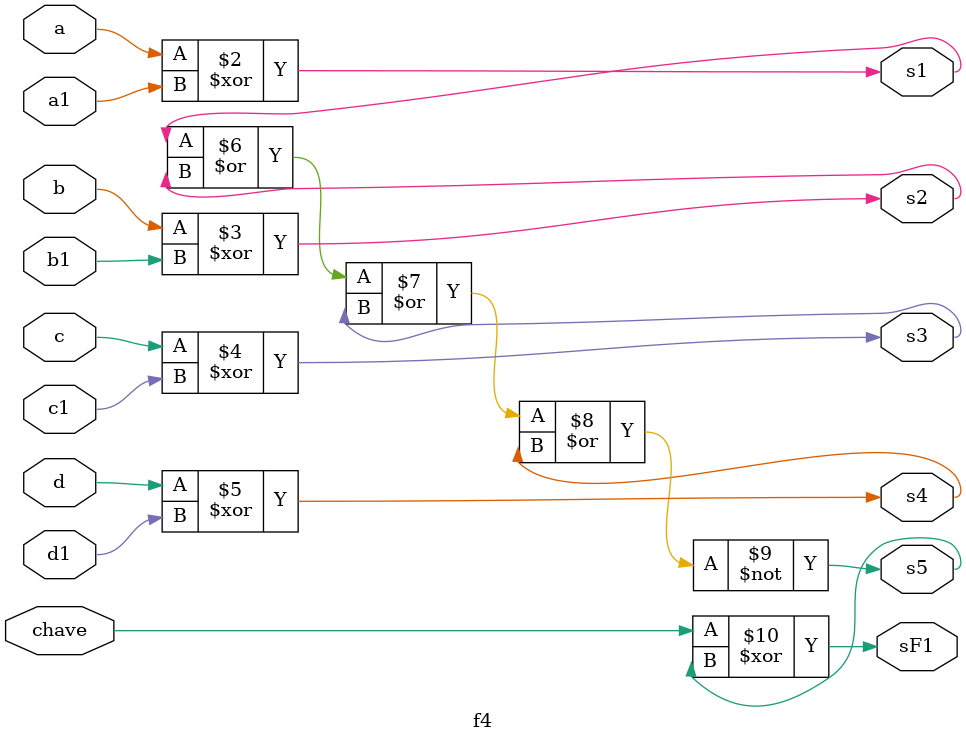
<source format=v>

module f4 (
output s1,
output s2, 
output s3,
output s4, 
output s5,
output sF1,
input a, 
input b,
input c, 
input d,

input a1, 
input b1,
input c1,
input d1,
input chave
); 

xor XOR1 (s1, a, a1);
xor XOR2 (s2, b, b1);
xor XOR3 (s3, c, c1);
xor XOR4 (s4, d, d1);

nor NOR1 (s5, s1,s2,s3,s4);
xor XOR1 (sF1, chave,s5);



endmodule // f4 
module test_f4; 
// ------------------------- definir dados 
reg x; 
reg y;
reg v;
reg w;
reg x1; 
reg y1;
reg v1;
reg w1;
reg c; 
wire z1;
wire z2;
wire z3;
wire z4;
wire z5;
wire zF1;
f4 modulo (z1,z2,z3,z4,z5,zF1, v,w,x, y,v1,w1,x1, y1, c); 
// ------------------------- parte principal 
initial begin 
$display("Exemplo0036 - Lucas Siqueira Chagas - 380783"); 
$display("Test LU's module"); 

end 
endmodule // test_f4 
</source>
